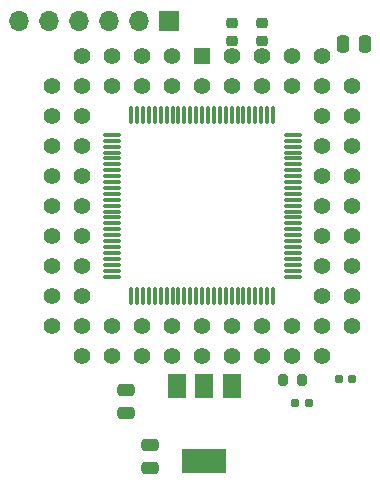
<source format=gbr>
%TF.GenerationSoftware,KiCad,Pcbnew,7.0.7*%
%TF.CreationDate,2025-06-12T14:25:12+01:00*%
%TF.ProjectId,Rosa,526f7361-2e6b-4696-9361-645f70636258,rev?*%
%TF.SameCoordinates,Original*%
%TF.FileFunction,Soldermask,Top*%
%TF.FilePolarity,Negative*%
%FSLAX46Y46*%
G04 Gerber Fmt 4.6, Leading zero omitted, Abs format (unit mm)*
G04 Created by KiCad (PCBNEW 7.0.7) date 2025-06-12 14:25:12*
%MOMM*%
%LPD*%
G01*
G04 APERTURE LIST*
G04 Aperture macros list*
%AMRoundRect*
0 Rectangle with rounded corners*
0 $1 Rounding radius*
0 $2 $3 $4 $5 $6 $7 $8 $9 X,Y pos of 4 corners*
0 Add a 4 corners polygon primitive as box body*
4,1,4,$2,$3,$4,$5,$6,$7,$8,$9,$2,$3,0*
0 Add four circle primitives for the rounded corners*
1,1,$1+$1,$2,$3*
1,1,$1+$1,$4,$5*
1,1,$1+$1,$6,$7*
1,1,$1+$1,$8,$9*
0 Add four rect primitives between the rounded corners*
20,1,$1+$1,$2,$3,$4,$5,0*
20,1,$1+$1,$4,$5,$6,$7,0*
20,1,$1+$1,$6,$7,$8,$9,0*
20,1,$1+$1,$8,$9,$2,$3,0*%
G04 Aperture macros list end*
%ADD10RoundRect,0.155000X-0.212500X-0.155000X0.212500X-0.155000X0.212500X0.155000X-0.212500X0.155000X0*%
%ADD11O,1.700000X1.700000*%
%ADD12R,1.700000X1.700000*%
%ADD13RoundRect,0.075000X0.662500X0.075000X-0.662500X0.075000X-0.662500X-0.075000X0.662500X-0.075000X0*%
%ADD14RoundRect,0.075000X0.075000X0.662500X-0.075000X0.662500X-0.075000X-0.662500X0.075000X-0.662500X0*%
%ADD15RoundRect,0.200000X-0.200000X-0.275000X0.200000X-0.275000X0.200000X0.275000X-0.200000X0.275000X0*%
%ADD16RoundRect,0.250000X0.475000X-0.250000X0.475000X0.250000X-0.475000X0.250000X-0.475000X-0.250000X0*%
%ADD17RoundRect,0.218750X-0.256250X0.218750X-0.256250X-0.218750X0.256250X-0.218750X0.256250X0.218750X0*%
%ADD18R,1.422400X1.422400*%
%ADD19C,1.422400*%
%ADD20R,1.500000X2.000000*%
%ADD21R,3.800000X2.000000*%
%ADD22RoundRect,0.250000X-0.250000X-0.475000X0.250000X-0.475000X0.250000X0.475000X-0.250000X0.475000X0*%
G04 APERTURE END LIST*
D10*
%TO.C,JP2*%
X27905900Y-36703000D03*
X29040900Y-36703000D03*
%TD*%
D11*
%TO.C,*%
X4509000Y-4407400D03*
X12129000Y-4407400D03*
X9589000Y-4407400D03*
X7049000Y-4407400D03*
X14669000Y-4407400D03*
D12*
X17209000Y-4407400D03*
%TD*%
D13*
%TO.C,*%
X27665500Y-18503000D03*
X27665500Y-20003000D03*
X27665500Y-17503000D03*
X27665500Y-16503000D03*
X27665500Y-19503000D03*
X27665500Y-19003000D03*
X27665500Y-14003000D03*
X27665500Y-18003000D03*
X27665500Y-15503000D03*
D14*
X25003000Y-12340500D03*
D13*
X27665500Y-15003000D03*
D14*
X22503000Y-12340500D03*
X21003000Y-12340500D03*
X25503000Y-12340500D03*
X24503000Y-12340500D03*
X19503000Y-12340500D03*
X24003000Y-12340500D03*
X19003000Y-12340500D03*
X19503000Y-27665500D03*
X23003000Y-27665500D03*
X21503000Y-27665500D03*
X22503000Y-27665500D03*
X23503000Y-27665500D03*
X24003000Y-27665500D03*
D13*
X27665500Y-25003000D03*
D14*
X24503000Y-27665500D03*
X25503000Y-27665500D03*
D13*
X27665500Y-26003000D03*
X27665500Y-24503000D03*
X27665500Y-23503000D03*
X27665500Y-22503000D03*
X27665500Y-22003000D03*
X27665500Y-21003000D03*
X27665500Y-21503000D03*
X27665500Y-20503000D03*
D14*
X22003000Y-27665500D03*
X18503000Y-12340500D03*
X23003000Y-12340500D03*
X14503000Y-12340500D03*
X14003000Y-12340500D03*
X21503000Y-12340500D03*
D13*
X12340500Y-15003000D03*
X12340500Y-15503000D03*
D14*
X20503000Y-12340500D03*
X18003000Y-12340500D03*
D13*
X12340500Y-18503000D03*
X12340500Y-14503000D03*
X12340500Y-19003000D03*
X12340500Y-20003000D03*
X12340500Y-16003000D03*
X12340500Y-16503000D03*
X12340500Y-20503000D03*
X12340500Y-17503000D03*
X12340500Y-18003000D03*
X12340500Y-21003000D03*
X12340500Y-22003000D03*
X12340500Y-24003000D03*
X12340500Y-24503000D03*
X12340500Y-22503000D03*
D14*
X14003000Y-27665500D03*
X14503000Y-27665500D03*
D13*
X12340500Y-23503000D03*
X12340500Y-21503000D03*
D14*
X16503000Y-27665500D03*
D13*
X12340500Y-25503000D03*
D14*
X17003000Y-27665500D03*
X18503000Y-27665500D03*
X15003000Y-27665500D03*
X20503000Y-27665500D03*
X19003000Y-27665500D03*
X21003000Y-27665500D03*
X15503000Y-27665500D03*
D13*
X27665500Y-16003000D03*
D14*
X26003000Y-27665500D03*
X23503000Y-12340500D03*
X18003000Y-27665500D03*
X17003000Y-12340500D03*
D13*
X12340500Y-26003000D03*
X12340500Y-23003000D03*
X12340500Y-19503000D03*
X27665500Y-25503000D03*
X27665500Y-23003000D03*
X27665500Y-17003000D03*
X27665500Y-14503000D03*
D14*
X22003000Y-12340500D03*
X17503000Y-12340500D03*
X16003000Y-27665500D03*
X16003000Y-12340500D03*
D13*
X12340500Y-25003000D03*
D14*
X15003000Y-12340500D03*
X16503000Y-12340500D03*
X17503000Y-27665500D03*
X15503000Y-12340500D03*
D13*
X27665500Y-24003000D03*
D14*
X26003000Y-12340500D03*
X25003000Y-27665500D03*
X20003000Y-27665500D03*
X20003000Y-12340500D03*
D13*
X12340500Y-17003000D03*
X12340500Y-14003000D03*
%TD*%
D15*
%TO.C,R3*%
X26835600Y-34798000D03*
X28485600Y-34798000D03*
%TD*%
D16*
%TO.C,C2*%
X13551400Y-37529000D03*
X13551400Y-35629000D03*
%TD*%
D17*
%TO.C,R4*%
X22504400Y-4495700D03*
X22504400Y-6070700D03*
%TD*%
D18*
%TO.C,                              Marine*%
X20003000Y-7303000D03*
D19*
X20003000Y-9843000D03*
X17463000Y-7303000D03*
X17463000Y-9843000D03*
X30163000Y-32703000D03*
X27623000Y-30163000D03*
X27623000Y-32703000D03*
X25083000Y-30163000D03*
X14923000Y-32703000D03*
X12383000Y-30163000D03*
X12383000Y-32703000D03*
X9843000Y-30163000D03*
X32703000Y-27623000D03*
X30163000Y-27623000D03*
X32703000Y-25083000D03*
X30163000Y-25083000D03*
X30163000Y-9843000D03*
X30163000Y-7303000D03*
X7303000Y-17463000D03*
X9843000Y-17463000D03*
X9843000Y-20003000D03*
X14923000Y-7303000D03*
X14923000Y-9843000D03*
X12383000Y-7303000D03*
X12383000Y-9843000D03*
X22543000Y-9843000D03*
X25083000Y-9843000D03*
X32703000Y-20003000D03*
X25083000Y-32703000D03*
X22543000Y-30163000D03*
X22543000Y-32703000D03*
X20003000Y-30163000D03*
X9843000Y-32703000D03*
X7303000Y-30163000D03*
X9843000Y-27623000D03*
X7303000Y-27623000D03*
X30163000Y-22543000D03*
X30163000Y-20003000D03*
X30163000Y-17463000D03*
X32703000Y-14923000D03*
X25083000Y-7303000D03*
X32703000Y-30163000D03*
X27623000Y-9843000D03*
X9843000Y-12383000D03*
X7303000Y-14923000D03*
X9843000Y-14923000D03*
X22543000Y-7303000D03*
X27623000Y-7303000D03*
X30163000Y-30163000D03*
X9843000Y-7303000D03*
X7303000Y-9843000D03*
X9843000Y-9843000D03*
X7303000Y-12383000D03*
X20003000Y-32703000D03*
X17463000Y-30163000D03*
X17463000Y-32703000D03*
X14923000Y-30163000D03*
X9843000Y-25083000D03*
X7303000Y-25083000D03*
X9843000Y-22543000D03*
X7303000Y-22543000D03*
X30163000Y-14923000D03*
X32703000Y-12383000D03*
X30163000Y-12383000D03*
X32703000Y-9843000D03*
X7303000Y-20003000D03*
X32703000Y-17463000D03*
X32703000Y-22543000D03*
%TD*%
D17*
%TO.C,R1*%
X25095200Y-4495700D03*
X25095200Y-6070700D03*
%TD*%
D10*
%TO.C,JP1*%
X31588900Y-34696400D03*
X32723900Y-34696400D03*
%TD*%
D20*
%TO.C,U1*%
X20206200Y-35293400D03*
D21*
X20206200Y-41593400D03*
D20*
X17906200Y-35293400D03*
X22506200Y-35293400D03*
%TD*%
D22*
%TO.C,L1*%
X31892200Y-6273800D03*
X33792200Y-6273800D03*
%TD*%
D16*
%TO.C,C1*%
X15570200Y-42174200D03*
X15570200Y-40274200D03*
%TD*%
M02*

</source>
